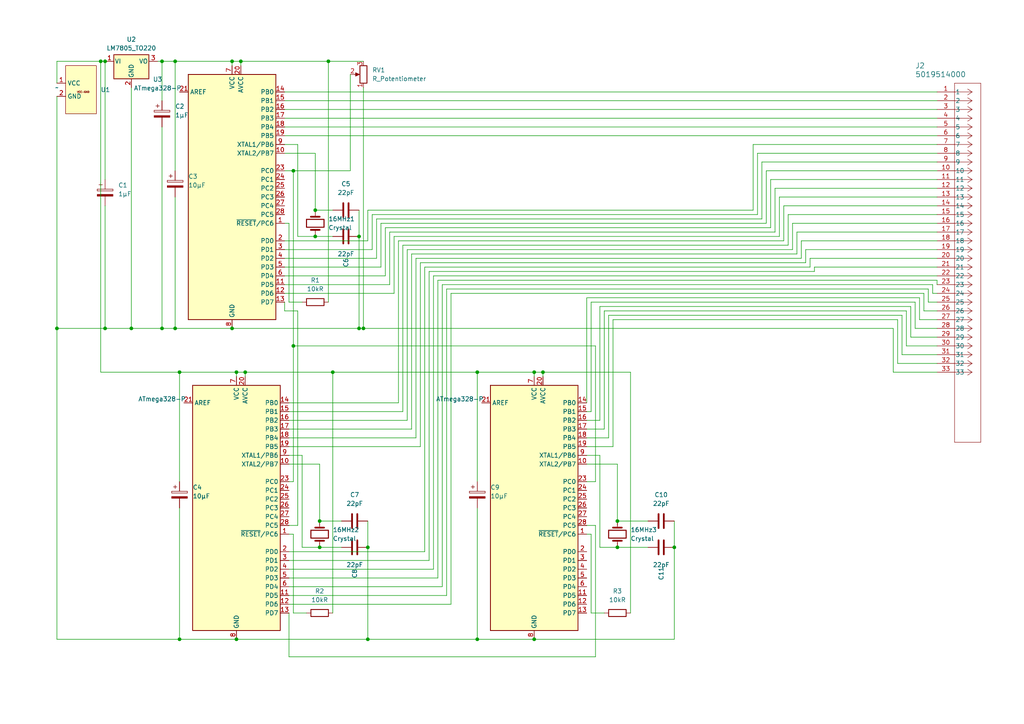
<source format=kicad_sch>
(kicad_sch (version 20230121) (generator eeschema)
  (paper "A4")
  (lib_symbols
    (symbol "5019514000_1" (pin_names (offset 0.254))
      (property "Reference" "J" (at 8.89 6.35 0))
      (property "Value" "5019514000" (at 20.32 -6.35 0))
      (symbol "5019514000_1_1_1"
        (polyline (pts (xy 5.08 -101.6) (xy 12.7 -101.6)) (stroke (width 0.127)))
        (polyline (pts (xy 5.08 2.54) (xy 5.08 -101.6)) (stroke (width 0.127)))
        (polyline (pts (xy 10.16 -81.28) (xy 5.08 -81.28)) (stroke (width 0.127)))
        (polyline (pts (xy 10.16 -81.28) (xy 8.89 -82.1267)) (stroke (width 0.127)))
        (polyline (pts (xy 10.16 -81.28) (xy 8.89 -80.4333)) (stroke (width 0.127)))
        (polyline (pts (xy 10.16 -78.74) (xy 5.08 -78.74)) (stroke (width 0.127)))
        (polyline (pts (xy 10.16 -78.74) (xy 8.89 -79.5867)) (stroke (width 0.127)))
        (polyline (pts (xy 10.16 -78.74) (xy 8.89 -77.8933)) (stroke (width 0.127)))
        (polyline (pts (xy 10.16 -76.2) (xy 5.08 -76.2)) (stroke (width 0.127)))
        (polyline (pts (xy 10.16 -76.2) (xy 8.89 -77.0467)) (stroke (width 0.127)))
        (polyline (pts (xy 10.16 -76.2) (xy 8.89 -75.3533)) (stroke (width 0.127)))
        (polyline (pts (xy 10.16 -73.66) (xy 5.08 -73.66)) (stroke (width 0.127)))
        (polyline (pts (xy 10.16 -73.66) (xy 8.89 -74.5067)) (stroke (width 0.127)))
        (polyline (pts (xy 10.16 -73.66) (xy 8.89 -72.8133)) (stroke (width 0.127)))
        (polyline (pts (xy 10.16 -71.12) (xy 5.08 -71.12)) (stroke (width 0.127)))
        (polyline (pts (xy 10.16 -71.12) (xy 8.89 -71.9667)) (stroke (width 0.127)))
        (polyline (pts (xy 10.16 -71.12) (xy 8.89 -70.2733)) (stroke (width 0.127)))
        (polyline (pts (xy 10.16 -68.58) (xy 5.08 -68.58)) (stroke (width 0.127)))
        (polyline (pts (xy 10.16 -68.58) (xy 8.89 -69.4267)) (stroke (width 0.127)))
        (polyline (pts (xy 10.16 -68.58) (xy 8.89 -67.7333)) (stroke (width 0.127)))
        (polyline (pts (xy 10.16 -66.04) (xy 5.08 -66.04)) (stroke (width 0.127)))
        (polyline (pts (xy 10.16 -66.04) (xy 8.89 -66.8867)) (stroke (width 0.127)))
        (polyline (pts (xy 10.16 -66.04) (xy 8.89 -65.1933)) (stroke (width 0.127)))
        (polyline (pts (xy 10.16 -63.5) (xy 5.08 -63.5)) (stroke (width 0.127)))
        (polyline (pts (xy 10.16 -63.5) (xy 8.89 -64.3467)) (stroke (width 0.127)))
        (polyline (pts (xy 10.16 -63.5) (xy 8.89 -62.6533)) (stroke (width 0.127)))
        (polyline (pts (xy 10.16 -60.96) (xy 5.08 -60.96)) (stroke (width 0.127)))
        (polyline (pts (xy 10.16 -60.96) (xy 8.89 -61.8067)) (stroke (width 0.127)))
        (polyline (pts (xy 10.16 -60.96) (xy 8.89 -60.1133)) (stroke (width 0.127)))
        (polyline (pts (xy 10.16 -58.42) (xy 5.08 -58.42)) (stroke (width 0.127)))
        (polyline (pts (xy 10.16 -58.42) (xy 8.89 -59.2667)) (stroke (width 0.127)))
        (polyline (pts (xy 10.16 -58.42) (xy 8.89 -57.5733)) (stroke (width 0.127)))
        (polyline (pts (xy 10.16 -55.88) (xy 5.08 -55.88)) (stroke (width 0.127)))
        (polyline (pts (xy 10.16 -55.88) (xy 8.89 -56.7267)) (stroke (width 0.127)))
        (polyline (pts (xy 10.16 -55.88) (xy 8.89 -55.0333)) (stroke (width 0.127)))
        (polyline (pts (xy 10.16 -53.34) (xy 5.08 -53.34)) (stroke (width 0.127)))
        (polyline (pts (xy 10.16 -53.34) (xy 8.89 -54.1867)) (stroke (width 0.127)))
        (polyline (pts (xy 10.16 -53.34) (xy 8.89 -52.4933)) (stroke (width 0.127)))
        (polyline (pts (xy 10.16 -50.8) (xy 5.08 -50.8)) (stroke (width 0.127)))
        (polyline (pts (xy 10.16 -50.8) (xy 8.89 -51.6467)) (stroke (width 0.127)))
        (polyline (pts (xy 10.16 -50.8) (xy 8.89 -49.9533)) (stroke (width 0.127)))
        (polyline (pts (xy 10.16 -48.26) (xy 5.08 -48.26)) (stroke (width 0.127)))
        (polyline (pts (xy 10.16 -48.26) (xy 8.89 -49.1067)) (stroke (width 0.127)))
        (polyline (pts (xy 10.16 -48.26) (xy 8.89 -47.4133)) (stroke (width 0.127)))
        (polyline (pts (xy 10.16 -45.72) (xy 5.08 -45.72)) (stroke (width 0.127)))
        (polyline (pts (xy 10.16 -45.72) (xy 8.89 -46.5667)) (stroke (width 0.127)))
        (polyline (pts (xy 10.16 -45.72) (xy 8.89 -44.8733)) (stroke (width 0.127)))
        (polyline (pts (xy 10.16 -43.18) (xy 5.08 -43.18)) (stroke (width 0.127)))
        (polyline (pts (xy 10.16 -43.18) (xy 8.89 -44.0267)) (stroke (width 0.127)))
        (polyline (pts (xy 10.16 -43.18) (xy 8.89 -42.3333)) (stroke (width 0.127)))
        (polyline (pts (xy 10.16 -40.64) (xy 5.08 -40.64)) (stroke (width 0.127)))
        (polyline (pts (xy 10.16 -40.64) (xy 8.89 -41.4867)) (stroke (width 0.127)))
        (polyline (pts (xy 10.16 -40.64) (xy 8.89 -39.7933)) (stroke (width 0.127)))
        (polyline (pts (xy 10.16 -38.1) (xy 5.08 -38.1)) (stroke (width 0.127)))
        (polyline (pts (xy 10.16 -38.1) (xy 8.89 -38.9467)) (stroke (width 0.127)))
        (polyline (pts (xy 10.16 -38.1) (xy 8.89 -37.2533)) (stroke (width 0.127)))
        (polyline (pts (xy 10.16 -35.56) (xy 5.08 -35.56)) (stroke (width 0.127)))
        (polyline (pts (xy 10.16 -35.56) (xy 8.89 -36.4067)) (stroke (width 0.127)))
        (polyline (pts (xy 10.16 -35.56) (xy 8.89 -34.7133)) (stroke (width 0.127)))
        (polyline (pts (xy 10.16 -33.02) (xy 5.08 -33.02)) (stroke (width 0.127)))
        (polyline (pts (xy 10.16 -33.02) (xy 8.89 -33.8667)) (stroke (width 0.127)))
        (polyline (pts (xy 10.16 -33.02) (xy 8.89 -32.1733)) (stroke (width 0.127)))
        (polyline (pts (xy 10.16 -30.48) (xy 5.08 -30.48)) (stroke (width 0.127)))
        (polyline (pts (xy 10.16 -30.48) (xy 8.89 -31.3267)) (stroke (width 0.127)))
        (polyline (pts (xy 10.16 -30.48) (xy 8.89 -29.6333)) (stroke (width 0.127)))
        (polyline (pts (xy 10.16 -27.94) (xy 5.08 -27.94)) (stroke (width 0.127)))
        (polyline (pts (xy 10.16 -27.94) (xy 8.89 -28.7867)) (stroke (width 0.127)))
        (polyline (pts (xy 10.16 -27.94) (xy 8.89 -27.0933)) (stroke (width 0.127)))
        (polyline (pts (xy 10.16 -25.4) (xy 5.08 -25.4)) (stroke (width 0.127)))
        (polyline (pts (xy 10.16 -25.4) (xy 8.89 -26.2467)) (stroke (width 0.127)))
        (polyline (pts (xy 10.16 -25.4) (xy 8.89 -24.5533)) (stroke (width 0.127)))
        (polyline (pts (xy 10.16 -22.86) (xy 5.08 -22.86)) (stroke (width 0.127)))
        (polyline (pts (xy 10.16 -22.86) (xy 8.89 -23.7067)) (stroke (width 0.127)))
        (polyline (pts (xy 10.16 -22.86) (xy 8.89 -22.0133)) (stroke (width 0.127)))
        (polyline (pts (xy 10.16 -20.32) (xy 5.08 -20.32)) (stroke (width 0.127)))
        (polyline (pts (xy 10.16 -20.32) (xy 8.89 -21.1667)) (stroke (width 0.127)))
        (polyline (pts (xy 10.16 -20.32) (xy 8.89 -19.4733)) (stroke (width 0.127)))
        (polyline (pts (xy 10.16 -17.78) (xy 5.08 -17.78)) (stroke (width 0.127)))
        (polyline (pts (xy 10.16 -17.78) (xy 8.89 -18.6267)) (stroke (width 0.127)))
        (polyline (pts (xy 10.16 -17.78) (xy 8.89 -16.9333)) (stroke (width 0.127)))
        (polyline (pts (xy 10.16 -15.24) (xy 5.08 -15.24)) (stroke (width 0.127)))
        (polyline (pts (xy 10.16 -15.24) (xy 8.89 -16.0867)) (stroke (width 0.127)))
        (polyline (pts (xy 10.16 -15.24) (xy 8.89 -14.3933)) (stroke (width 0.127)))
        (polyline (pts (xy 10.16 -12.7) (xy 5.08 -12.7)) (stroke (width 0.127)))
        (polyline (pts (xy 10.16 -12.7) (xy 8.89 -13.5467)) (stroke (width 0.127)))
        (polyline (pts (xy 10.16 -12.7) (xy 8.89 -11.8533)) (stroke (width 0.127)))
        (polyline (pts (xy 10.16 -10.16) (xy 5.08 -10.16)) (stroke (width 0.127)))
        (polyline (pts (xy 10.16 -10.16) (xy 8.89 -11.0067)) (stroke (width 0.127)))
        (polyline (pts (xy 10.16 -10.16) (xy 8.89 -9.3133)) (stroke (width 0.127)))
        (polyline (pts (xy 10.16 -7.62) (xy 5.08 -7.62)) (stroke (width 0.127)))
        (polyline (pts (xy 10.16 -7.62) (xy 8.89 -8.4667)) (stroke (width 0.127)))
        (polyline (pts (xy 10.16 -7.62) (xy 8.89 -6.7733)) (stroke (width 0.127)))
        (polyline (pts (xy 10.16 -5.08) (xy 5.08 -5.08)) (stroke (width 0.127)))
        (polyline (pts (xy 10.16 -5.08) (xy 8.89 -5.9267)) (stroke (width 0.127)))
        (polyline (pts (xy 10.16 -5.08) (xy 8.89 -4.2333)) (stroke (width 0.127)))
        (polyline (pts (xy 10.16 -2.54) (xy 5.08 -2.54)) (stroke (width 0.127)))
        (polyline (pts (xy 10.16 -2.54) (xy 8.89 -3.3867)) (stroke (width 0.127)))
        (polyline (pts (xy 10.16 -2.54) (xy 8.89 -1.6933)) (stroke (width 0.127)))
        (polyline (pts (xy 10.16 0) (xy 5.08 0)) (stroke (width 0.127)))
        (polyline (pts (xy 10.16 0) (xy 8.89 -0.8467)) (stroke (width 0.127)))
        (polyline (pts (xy 10.16 0) (xy 8.89 0.8467)) (stroke (width 0.127)))
        (polyline (pts (xy 12.7 -101.6) (xy 12.7 2.54)) (stroke (width 0.127)))
        (polyline (pts (xy 12.7 2.54) (xy 5.08 2.54)) (stroke (width 0.127)))
        (pin unspecified line (at 0 0 0) (length 5.08) (name "1") (number "1"))
        (pin unspecified line (at 0 -22.86 0) (length 5.08) (name "10") (number "10"))
        (pin unspecified line (at 0 -25.4 0) (length 5.08) (name "11") (number "11"))
        (pin unspecified line (at 0 -27.94 0) (length 5.08) (name "12") (number "12"))
        (pin unspecified line (at 0 -30.48 0) (length 5.08) (name "13") (number "13"))
        (pin unspecified line (at 0 -33.02 0) (length 5.08) (name "14") (number "14"))
        (pin unspecified line (at 0 -35.56 0) (length 5.08) (name "15") (number "15"))
        (pin unspecified line (at 0 -38.1 0) (length 5.08) (name "16") (number "16"))
        (pin unspecified line (at 0 -40.64 0) (length 5.08) (name "17") (number "17"))
        (pin unspecified line (at 0 -43.18 0) (length 5.08) (name "18") (number "18"))
        (pin unspecified line (at 0 -45.72 0) (length 5.08) (name "19") (number "19"))
        (pin unspecified line (at 0 -2.54 0) (length 5.08) (name "2") (number "2"))
        (pin unspecified line (at 0 -48.26 0) (length 5.08) (name "20") (number "20"))
        (pin unspecified line (at 0 -50.8 0) (length 5.08) (name "21") (number "21"))
        (pin unspecified line (at 0 -53.34 0) (length 5.08) (name "22") (number "22"))
        (pin unspecified line (at 0 -55.88 0) (length 5.08) (name "23") (number "23"))
        (pin unspecified line (at 0 -58.42 0) (length 5.08) (name "24") (number "24"))
        (pin unspecified line (at 0 -60.96 0) (length 5.08) (name "25") (number "25"))
        (pin unspecified line (at 0 -63.5 0) (length 5.08) (name "26") (number "26"))
        (pin unspecified line (at 0 -66.04 0) (length 5.08) (name "27") (number "27"))
        (pin unspecified line (at 0 -68.58 0) (length 5.08) (name "28") (number "28"))
        (pin unspecified line (at 0 -71.12 0) (length 5.08) (name "29") (number "29"))
        (pin unspecified line (at 0 -5.08 0) (length 5.08) (name "3") (number "3"))
        (pin unspecified line (at 0 -73.66 0) (length 5.08) (name "30") (number "30"))
        (pin unspecified line (at 0 -76.2 0) (length 5.08) (name "31") (number "31"))
        (pin unspecified line (at 0 -78.74 0) (length 5.08) (name "32") (number "32"))
        (pin unspecified line (at 0 -81.28 0) (length 5.08) (name "33") (number "33"))
        (pin unspecified line (at 0 -7.62 0) (length 5.08) (name "4") (number "4"))
        (pin unspecified line (at 0 -10.16 0) (length 5.08) (name "5") (number "5"))
        (pin unspecified line (at 0 -12.7 0) (length 5.08) (name "6") (number "6"))
        (pin unspecified line (at 0 -15.24 0) (length 5.08) (name "7") (number "7"))
        (pin unspecified line (at 0 -17.78 0) (length 5.08) (name "8") (number "8"))
        (pin unspecified line (at 0 -20.32 0) (length 5.08) (name "9") (number "9"))
      )
      (symbol "5019514000_1_1_2"
        (polyline (pts (xy 5.08 -101.6) (xy 12.7 -101.6)) (stroke (width 0.127)))
        (polyline (pts (xy 5.08 2.54) (xy 5.08 -101.6)) (stroke (width 0.127)))
        (polyline (pts (xy 7.62 -99.06) (xy 5.08 -99.06)) (stroke (width 0.127)))
        (polyline (pts (xy 7.62 -99.06) (xy 8.89 -99.9067)) (stroke (width 0.127)))
        (polyline (pts (xy 7.62 -99.06) (xy 8.89 -98.2133)) (stroke (width 0.127)))
        (polyline (pts (xy 7.62 -96.52) (xy 5.08 -96.52)) (stroke (width 0.127)))
        (polyline (pts (xy 7.62 -96.52) (xy 8.89 -97.3667)) (stroke (width 0.127)))
        (polyline (pts (xy 7.62 -96.52) (xy 8.89 -95.6733)) (stroke (width 0.127)))
        (polyline (pts (xy 7.62 -93.98) (xy 5.08 -93.98)) (stroke (width 0.127)))
        (polyline (pts (xy 7.62 -93.98) (xy 8.89 -94.8267)) (stroke (width 0.127)))
        (polyline (pts (xy 7.62 -93.98) (xy 8.89 -93.1333)) (stroke (width 0.127)))
        (polyline (pts (xy 7.62 -91.44) (xy 5.08 -91.44)) (stroke (width 0.127)))
        (polyline (pts (xy 7.62 -91.44) (xy 8.89 -92.2867)) (stroke (width 0.127)))
        (polyline (pts (xy 7.62 -91.44) (xy 8.89 -90.5933)) (stroke (width 0.127)))
        (polyline (pts (xy 7.62 -88.9) (xy 5.08 -88.9)) (stroke (width 0.127)))
        (polyline (pts (xy 7.62 -88.9) (xy 8.89 -89.7467)) (stroke (width 0.127)))
        (polyline (pts (xy 7.62 -88.9) (xy 8.89 -88.0533)) (stroke (width 0.127)))
        (polyline (pts (xy 7.62 -86.36) (xy 5.08 -86.36)) (stroke (width 0.127)))
        (polyline (pts (xy 7.62 -86.36) (xy 8.89 -87.2067)) (stroke (width 0.127)))
        (polyline (pts (xy 7.62 -86.36) (xy 8.89 -85.5133)) (stroke (width 0.127)))
        (polyline (pts (xy 7.62 -83.82) (xy 5.08 -83.82)) (stroke (width 0.127)))
        (polyline (pts (xy 7.62 -83.82) (xy 8.89 -84.6667)) (stroke (width 0.127)))
        (polyline (pts (xy 7.62 -83.82) (xy 8.89 -82.9733)) (stroke (width 0.127)))
        (polyline (pts (xy 7.62 -81.28) (xy 5.08 -81.28)) (stroke (width 0.127)))
        (polyline (pts (xy 7.62 -81.28) (xy 8.89 -82.1267)) (stroke (width 0.127)))
        (polyline (pts (xy 7.62 -81.28) (xy 8.89 -80.4333)) (stroke (width 0.127)))
        (polyline (pts (xy 7.62 -78.74) (xy 5.08 -78.74)) (stroke (width 0.127)))
        (polyline (pts (xy 7.62 -78.74) (xy 8.89 -79.5867)) (stroke (width 0.127)))
        (polyline (pts (xy 7.62 -78.74) (xy 8.89 -77.8933)) (stroke (width 0.127)))
        (polyline (pts (xy 7.62 -76.2) (xy 5.08 -76.2)) (stroke (width 0.127)))
        (polyline (pts (xy 7.62 -76.2) (xy 8.89 -77.0467)) (stroke (width 0.127)))
        (polyline (pts (xy 7.62 -76.2) (xy 8.89 -75.3533)) (stroke (width 0.127)))
        (polyline (pts (xy 7.62 -73.66) (xy 5.08 -73.66)) (stroke (width 0.127)))
        (polyline (pts (xy 7.62 -73.66) (xy 8.89 -74.5067)) (stroke (width 0.127)))
        (polyline (pts (xy 7.62 -73.66) (xy 8.89 -72.8133)) (stroke (width 0.127)))
        (polyline (pts (xy 7.62 -71.12) (xy 5.08 -71.12)) (stroke (width 0.127)))
        (polyline (pts (xy 7.62 -71.12) (xy 8.89 -71.9667)) (stroke (width 0.127)))
        (polyline (pts (xy 7.62 -71.12) (xy 8.89 -70.2733)) (stroke (width 0.127)))
        (polyline (pts (xy 7.62 -68.58) (xy 5.08 -68.58)) (stroke (width 0.127)))
        (polyline (pts (xy 7.62 -68.58) (xy 8.89 -69.4267)) (stroke (width 0.127)))
        (polyline (pts (xy 7.62 -68.58) (xy 8.89 -67.7333)) (stroke (width 0.127)))
        (polyline (pts (xy 7.62 -66.04) (xy 5.08 -66.04)) (stroke (width 0.127)))
        (polyline (pts (xy 7.62 -66.04) (xy 8.89 -66.8867)) (stroke (width 0.127)))
        (polyline (pts (xy 7.62 -66.04) (xy 8.89 -65.1933)) (stroke (width 0.127)))
        (polyline (pts (xy 7.62 -63.5) (xy 5.08 -63.5)) (stroke (width 0.127)))
        (polyline (pts (xy 7.62 -63.5) (xy 8.89 -64.3467)) (stroke (width 0.127)))
        (polyline (pts (xy 7.62 -63.5) (xy 8.89 -62.6533)) (stroke (width 0.127)))
        (polyline (pts (xy 7.62 -60.96) (xy 5.08 -60.96)) (stroke (width 0.127)))
        (polyline (pts (xy 7.62 -60.96) (xy 8.89 -61.8067)) (stroke (width 0.127)))
        (polyline (pts (xy 7.62 -60.96) (xy 8.89 -60.1133)) (stroke (width 0.127)))
        (polyline (pts (xy 7.62 -58.42) (xy 5.08 -58.42)) (stroke (width 0.127)))
        (polyline (pts (xy 7.62 -58.42) (xy 8.89 -59.2667)) (stroke (width 0.127)))
        (polyline (pts (xy 7.62 -58.42) (xy 8.89 -57.5733)) (stroke (width 0.127)))
        (polyline (pts (xy 7.62 -55.88) (xy 5.08 -55.88)) (stroke (width 0.127)))
        (polyline (pts (xy 7.62 -55.88) (xy 8.89 -56.7267)) (stroke (width 0.127)))
        (polyline (pts (xy 7.62 -55.88) (xy 8.89 -55.0333)) (stroke (width 0.127)))
        (polyline (pts (xy 7.62 -53.34) (xy 5.08 -53.34)) (stroke (width 0.127)))
        (polyline (pts (xy 7.62 -53.34) (xy 8.89 -54.1867)) (stroke (width 0.127)))
        (polyline (pts (xy 7.62 -53.34) (xy 8.89 -52.4933)) (stroke (width 0.127)))
        (polyline (pts (xy 7.62 -50.8) (xy 5.08 -50.8)) (stroke (width 0.127)))
        (polyline (pts (xy 7.62 -50.8) (xy 8.89 -51.6467)) (stroke (width 0.127)))
        (polyline (pts (xy 7.62 -50.8) (xy 8.89 -49.9533)) (stroke (width 0.127)))
        (polyline (pts (xy 7.62 -48.26) (xy 5.08 -48.26)) (stroke (width 0.127)))
        (polyline (pts (xy 7.62 -48.26) (xy 8.89 -49.1067)) (stroke (width 0.127)))
        (polyline (pts (xy 7.62 -48.26) (xy 8.89 -47.4133)) (stroke (width 0.127)))
        (polyline (pts (xy 7.62 -45.72) (xy 5.08 -45.72)) (stroke (width 0.127)))
        (polyline (pts (xy 7.62 -45.72) (xy 8.89 -46.5667)) (stroke (width 0.127)))
        (polyline (pts (xy 7.62 -45.72) (xy 8.89 -44.8733)) (stroke (width 0.127)))
        (polyline (pts (xy 7.62 -43.18) (xy 5.08 -43.18)) (stroke (width 0.127)))
        (polyline (pts (xy 7.62 -43.18) (xy 8.89 -44.0267)) (stroke (width 0.127)))
        (polyline (pts (xy 7.62 -43.18) (xy 8.89 -42.3333)) (stroke (width 0.127)))
        (polyline (pts (xy 7.62 -40.64) (xy 5.08 -40.64)) (stroke (width 0.127)))
        (polyline (pts (xy 7.62 -40.64) (xy 8.89 -41.4867)) (stroke (width 0.127)))
        (polyline (pts (xy 7.62 -40.64) (xy 8.89 -39.7933)) (stroke (width 0.127)))
        (polyline (pts (xy 7.62 -38.1) (xy 5.08 -38.1)) (stroke (width 0.127)))
        (polyline (pts (xy 7.62 -38.1) (xy 8.89 -38.9467)) (stroke (width 0.127)))
        (polyline (pts (xy 7.62 -38.1) (xy 8.89 -37.2533)) (stroke (width 0.127)))
        (polyline (pts (xy 7.62 -35.56) (xy 5.08 -35.56)) (stroke (width 0.127)))
        (polyline (pts (xy 7.62 -35.56) (xy 8.89 -36.4067)) (stroke (width 0.127)))
        (polyline (pts (xy 7.62 -35.56) (xy 8.89 -34.7133)) (stroke (width 0.127)))
        (polyline (pts (xy 7.62 -33.02) (xy 5.08 -33.02)) (stroke (width 0.127)))
        (polyline (pts (xy 7.62 -33.02) (xy 8.89 -33.8667)) (stroke (width 0.127)))
        (polyline (pts (xy 7.62 -33.02) (xy 8.89 -32.1733)) (stroke (width 0.127)))
        (polyline (pts (xy 7.62 -30.48) (xy 5.08 -30.48)) (stroke (width 0.127)))
        (polyline (pts (xy 7.62 -30.48) (xy 8.89 -31.3267)) (stroke (width 0.127)))
        (polyline (pts (xy 7.62 -30.48) (xy 8.89 -29.6333)) (stroke (width 0.127)))
        (polyline (pts (xy 7.62 -27.94) (xy 5.08 -27.94)) (stroke (width 0.127)))
        (polyline (pts (xy 7.62 -27.94) (xy 8.89 -28.7867)) (stroke (width 0.127)))
        (polyline (pts (xy 7.62 -27.94) (xy 8.89 -27.0933)) (stroke (width 0.127)))
        (polyline (pts (xy 7.62 -25.4) (xy 5.08 -25.4)) (stroke (width 0.127)))
        (polyline (pts (xy 7.62 -25.4) (xy 8.89 -26.2467)) (stroke (width 0.127)))
        (polyline (pts (xy 7.62 -25.4) (xy 8.89 -24.5533)) (stroke (width 0.127)))
        (polyline (pts (xy 7.62 -22.86) (xy 5.08 -22.86)) (stroke (width 0.127)))
        (polyline (pts (xy 7.62 -22.86) (xy 8.89 -23.7067)) (stroke (width 0.127)))
        (polyline (pts (xy 7.62 -22.86) (xy 8.89 -22.0133)) (stroke (width 0.127)))
        (polyline (pts (xy 7.62 -20.32) (xy 5.08 -20.32)) (stroke (width 0.127)))
        (polyline (pts (xy 7.62 -20.32) (xy 8.89 -21.1667)) (stroke (width 0.127)))
        (polyline (pts (xy 7.62 -20.32) (xy 8.89 -19.4733)) (stroke (width 0.127)))
        (polyline (pts (xy 7.62 -17.78) (xy 5.08 -17.78)) (stroke (width 0.127)))
        (polyline (pts (xy 7.62 -17.78) (xy 8.89 -18.6267)) (stroke (width 0.127)))
        (polyline (pts (xy 7.62 -17.78) (xy 8.89 -16.9333)) (stroke (width 0.127)))
        (polyline (pts (xy 7.62 -15.24) (xy 5.08 -15.24)) (stroke (width 0.127)))
        (polyline (pts (xy 7.62 -15.24) (xy 8.89 -16.0867)) (stroke (width 0.127)))
        (polyline (pts (xy 7.62 -15.24) (xy 8.89 -14.3933)) (stroke (width 0.127)))
        (polyline (pts (xy 7.62 -12.7) (xy 5.08 -12.7)) (stroke (width 0.127)))
        (polyline (pts (xy 7.62 -12.7) (xy 8.89 -13.5467)) (stroke (width 0.127)))
        (polyline (pts (xy 7.62 -12.7) (xy 8.89 -11.8533)) (stroke (width 0.127)))
        (polyline (pts (xy 7.62 -10.16) (xy 5.08 -10.16)) (stroke (width 0.127)))
        (polyline (pts (xy 7.62 -10.16) (xy 8.89 -11.0067)) (stroke (width 0.127)))
        (polyline (pts (xy 7.62 -10.16) (xy 8.89 -9.3133)) (stroke (width 0.127)))
        (polyline (pts (xy 7.62 -7.62) (xy 5.08 -7.62)) (stroke (width 0.127)))
        (polyline (pts (xy 7.62 -7.62) (xy 8.89 -8.4667)) (stroke (width 0.127)))
        (polyline (pts (xy 7.62 -7.62) (xy 8.89 -6.7733)) (stroke (width 0.127)))
        (polyline (pts (xy 7.62 -5.08) (xy 5.08 -5.08)) (stroke (width 0.127)))
        (polyline (pts (xy 7.62 -5.08) (xy 8.89 -5.9267)) (stroke (width 0.127)))
        (polyline (pts (xy 7.62 -5.08) (xy 8.89 -4.2333)) (stroke (width 0.127)))
        (polyline (pts (xy 7.62 -2.54) (xy 5.08 -2.54)) (stroke (width 0.127)))
        (polyline (pts (xy 7.62 -2.54) (xy 8.89 -3.3867)) (stroke (width 0.127)))
        (polyline (pts (xy 7.62 -2.54) (xy 8.89 -1.6933)) (stroke (width 0.127)))
        (polyline (pts (xy 7.62 0) (xy 5.08 0)) (stroke (width 0.127)))
        (polyline (pts (xy 7.62 0) (xy 8.89 -0.8467)) (stroke (width 0.127)))
        (polyline (pts (xy 7.62 0) (xy 8.89 0.8467)) (stroke (width 0.127)))
        (polyline (pts (xy 12.7 -101.6) (xy 12.7 2.54)) (stroke (width 0.127)))
        (polyline (pts (xy 12.7 2.54) (xy 5.08 2.54)) (stroke (width 0.127)))
        (pin unspecified line (at 0 0 0) (length 5.08) (name "1") (number "1"))
        (pin unspecified line (at 0 -22.86 0) (length 5.08) (name "10") (number "10"))
        (pin unspecified line (at 0 -25.4 0) (length 5.08) (name "11") (number "11"))
        (pin unspecified line (at 0 -27.94 0) (length 5.08) (name "12") (number "12"))
        (pin unspecified line (at 0 -30.48 0) (length 5.08) (name "13") (number "13"))
        (pin unspecified line (at 0 -33.02 0) (length 5.08) (name "14") (number "14"))
        (pin unspecified line (at 0 -35.56 0) (length 5.08) (name "15") (number "15"))
        (pin unspecified line (at 0 -38.1 0) (length 5.08) (name "16") (number "16"))
        (pin unspecified line (at 0 -40.64 0) (length 5.08) (name "17") (number "17"))
        (pin unspecified line (at 0 -43.18 0) (length 5.08) (name "18") (number "18"))
        (pin unspecified line (at 0 -45.72 0) (length 5.08) (name "19") (number "19"))
        (pin unspecified line (at 0 -2.54 0) (length 5.08) (name "2") (number "2"))
        (pin unspecified line (at 0 -48.26 0) (length 5.08) (name "20") (number "20"))
        (pin unspecified line (at 0 -50.8 0) (length 5.08) (name "21") (number "21"))
        (pin unspecified line (at 0 -53.34 0) (length 5.08) (name "22") (number "22"))
        (pin unspecified line (at 0 -55.88 0) (length 5.08) (name "23") (number "23"))
        (pin unspecified line (at 0 -58.42 0) (length 5.08) (name "24") (number "24"))
        (pin unspecified line (at 0 -60.96 0) (length 5.08) (name "25") (number "25"))
        (pin unspecified line (at 0 -63.5 0) (length 5.08) (name "26") (number "26"))
        (pin unspecified line (at 0 -66.04 0) (length 5.08) (name "27") (number "27"))
        (pin unspecified line (at 0 -68.58 0) (length 5.08) (name "28") (number "28"))
        (pin unspecified line (at 0 -71.12 0) (length 5.08) (name "29") (number "29"))
        (pin unspecified line (at 0 -5.08 0) (length 5.08) (name "3") (number "3"))
        (pin unspecified line (at 0 -73.66 0) (length 5.08) (name "30") (number "30"))
        (pin unspecified line (at 0 -76.2 0) (length 5.08) (name "31") (number "31"))
        (pin unspecified line (at 0 -78.74 0) (length 5.08) (name "32") (number "32"))
        (pin unspecified line (at 0 -81.28 0) (length 5.08) (name "33") (number "33"))
        (pin unspecified line (at 0 -83.82 0) (length 5.08) (name "34") (number "34"))
        (pin unspecified line (at 0 -86.36 0) (length 5.08) (name "35") (number "35"))
        (pin unspecified line (at 0 -88.9 0) (length 5.08) (name "36") (number "36"))
        (pin unspecified line (at 0 -91.44 0) (length 5.08) (name "37") (number "37"))
        (pin unspecified line (at 0 -93.98 0) (length 5.08) (name "38") (number "38"))
        (pin unspecified line (at 0 -96.52 0) (length 5.08) (name "39") (number "39"))
        (pin unspecified line (at 0 -7.62 0) (length 5.08) (name "4") (number "4"))
        (pin unspecified line (at 0 -99.06 0) (length 5.08) (name "40") (number "40"))
        (pin unspecified line (at 0 -10.16 0) (length 5.08) (name "5") (number "5"))
        (pin unspecified line (at 0 -12.7 0) (length 5.08) (name "6") (number "6"))
        (pin unspecified line (at 0 -15.24 0) (length 5.08) (name "7") (number "7"))
        (pin unspecified line (at 0 -17.78 0) (length 5.08) (name "8") (number "8"))
        (pin unspecified line (at 0 -20.32 0) (length 5.08) (name "9") (number "9"))
      )
    )
    (symbol "Custom_Symbol_Lib:Power-Source"
      (property "Reference" "U" (at 0 0 0))
      (symbol "Power-Source_1_1"
        (rectangle (start 2.54 6.35) (end 11.43 -7.62) (fill (type background)))
        (text "VCC-GND" (at 7.62 -1.27 0) (effects (font (size 0.5 0.5))))
        (pin power_in line (at 0 1.27 0) (length 2.54) (name "VCC") (number "1"))
        (pin power_out line (at 0 -2.54 0) (length 2.54) (name "GND") (number "2"))
      )
    )
    (symbol "Device:C" (pin_numbers hide) (pin_names (offset 0.254))
      (property "Reference" "C" (at 0.635 2.54 0))
      (property "Value" "C" (at 0.635 -2.54 0))
      (symbol "C_0_1"
        (polyline (pts (xy -2.032 -0.762) (xy 2.032 -0.762)) (stroke (width 0.508)))
        (polyline (pts (xy -2.032 0.762) (xy 2.032 0.762)) (stroke (width 0.508)))
      )
      (symbol "C_1_1"
        (pin passive line (at 0 3.81 270) (length 2.794) (name "~") (number "1"))
        (pin passive line (at 0 -3.81 90) (length 2.794) (name "~") (number "2"))
      )
    )
    (symbol "Device:C_Polarized" (pin_numbers hide) (pin_names (offset 0.254))
      (property "Reference" "C" (at 0.635 2.54 0))
      (property "Value" "C_Polarized" (at 0.635 -2.54 0))
      (symbol "C_Polarized_0_1"
        (rectangle (start -2.286 0.508) (end 2.286 1.016))
        (polyline (pts (xy -1.778 2.286) (xy -0.762 2.286)))
        (polyline (pts (xy -1.27 2.794) (xy -1.27 1.778)))
        (rectangle (start 2.286 -0.508) (end -2.286 -1.016) (fill (type outline)))
      )
      (symbol "C_Polarized_1_1"
        (pin passive line (at 0 3.81 270) (length 2.794) (name "~") (number "1"))
        (pin passive line (at 0 -3.81 90) (length 2.794) (name "~") (number "2"))
      )
    )
    (symbol "Device:Crystal" (pin_numbers hide) (pin_names (offset 1.016) hide)
      (property "Reference" "Y" (at 0 3.81 0))
      (property "Value" "Crystal" (at 0 -3.81 0))
      (symbol "Crystal_0_1"
        (rectangle (start -1.143 2.54) (end 1.143 -2.54) (stroke (width 0.3048)))
        (polyline (pts (xy -2.54 0) (xy -1.905 0)))
        (polyline (pts (xy -1.905 -1.27) (xy -1.905 1.27)) (stroke (width 0.508)))
        (polyline (pts (xy 1.905 -1.27) (xy 1.905 1.27)) (stroke (width 0.508)))
        (polyline (pts (xy 2.54 0) (xy 1.905 0)))
      )
      (symbol "Crystal_1_1"
        (pin passive line (at -3.81 0 0) (length 1.27) (name "1") (number "1"))
        (pin passive line (at 3.81 0 180) (length 1.27) (name "2") (number "2"))
      )
    )
    (symbol "Device:R" (pin_numbers hide) (pin_names (offset 0))
      (property "Reference" "R" (at 2.032 0 90))
      (property "Value" "R" (at 0 0 90))
      (symbol "R_0_1"
        (rectangle (start -1.016 -2.54) (end 1.016 2.54) (stroke (width 0.254)))
      )
      (symbol "R_1_1"
        (pin passive line (at 0 3.81 270) (length 1.27) (name "~") (number "1"))
        (pin passive line (at 0 -3.81 90) (length 1.27) (name "~") (number "2"))
      )
    )
    (symbol "Device:R_Potentiometer" (pin_names (offset 1.016) hide)
      (property "Reference" "RV" (at -4.445 0 90))
      (property "Value" "R_Potentiometer" (at -2.54 0 90))
      (symbol "R_Potentiometer_0_1"
        (polyline (pts (xy 2.54 0) (xy 1.524 0)))
        (polyline (pts (xy 1.143 0) (xy 2.286 0.508) (xy 2.286 -0.508) (xy 1.143 0)) (fill (type outline)))
        (rectangle (start 1.016 2.54) (end -1.016 -2.54) (stroke (width 0.254)))
      )
      (symbol "R_Potentiometer_1_1"
        (pin passive line (at 0 3.81 270) (length 1.27) (name "1") (number "1"))
        (pin passive line (at 3.81 0 180) (length 1.27) (name "2") (number "2"))
        (pin passive line (at 0 -3.81 90) (length 1.27) (name "3") (number "3"))
      )
    )
    (symbol "MCU_Microchip_ATmega:ATmega328-P"
      (property "Reference" "U" (at -12.7 36.83 0))
      (property "Value" "ATmega328-P" (at 2.54 -36.83 0))
      (symbol "ATmega328-P_0_1"
        (rectangle (start -12.7 -35.56) (end 12.7 35.56) (stroke (width 0.254)) (fill (type background)))
      )
      (symbol "ATmega328-P_1_1"
        (pin bidirectional line (at 15.24 -7.62 180) (length 2.54) (name "~{RESET}/PC6") (number "1"))
        (pin bidirectional line (at 15.24 12.7 180) (length 2.54) (name "XTAL2/PB7") (number "10"))
        (pin bidirectional line (at 15.24 -25.4 180) (length 2.54) (name "PD5") (number "11"))
        (pin bidirectional line (at 15.24 -27.94 180) (length 2.54) (name "PD6") (number "12"))
        (pin bidirectional line (at 15.24 -30.48 180) (length 2.54) (name "PD7") (number "13"))
        (pin bidirectional line (at 15.24 30.48 180) (length 2.54) (name "PB0") (number "14"))
        (pin bidirectional line (at 15.24 27.94 180) (length 2.54) (name "PB1") (number "15"))
        (pin bidirectional line (at 15.24 25.4 180) (length 2.54) (name "PB2") (number "16"))
        (pin bidirectional line (at 15.24 22.86 180) (length 2.54) (name "PB3") (number "17"))
        (pin bidirectional line (at 15.24 20.32 180) (length 2.54) (name "PB4") (number "18"))
        (pin bidirectional line (at 15.24 17.78 180) (length 2.54) (name "PB5") (number "19"))
        (pin bidirectional line (at 15.24 -12.7 180) (length 2.54) (name "PD0") (number "2"))
        (pin power_in line (at 2.54 38.1 270) (length 2.54) (name "AVCC") (number "20"))
        (pin passive line (at -15.24 30.48 0) (length 2.54) (name "AREF") (number "21"))
        (pin passive line (at 0 -38.1 90) (length 2.54) hide (name "GND") (number "22"))
        (pin bidirectional line (at 15.24 7.62 180) (length 2.54) (name "PC0") (number "23"))
        (pin bidirectional line (at 15.24 5.08 180) (length 2.54) (name "PC1") (number "24"))
        (pin bidirectional line (at 15.24 2.54 180) (length 2.54) (name "PC2") (number "25"))
        (pin bidirectional line (at 15.24 0 180) (length 2.54) (name "PC3") (number "26"))
        (pin bidirectional line (at 15.24 -2.54 180) (length 2.54) (name "PC4") (number "27"))
        (pin bidirectional line (at 15.24 -5.08 180) (length 2.54) (name "PC5") (number "28"))
        (pin bidirectional line (at 15.24 -15.24 180) (length 2.54) (name "PD1") (number "3"))
        (pin bidirectional line (at 15.24 -17.78 180) (length 2.54) (name "PD2") (number "4"))
        (pin bidirectional line (at 15.24 -20.32 180) (length 2.54) (name "PD3") (number "5"))
        (pin bidirectional line (at 15.24 -22.86 180) (length 2.54) (name "PD4") (number "6"))
        (pin power_in line (at 0 38.1 270) (length 2.54) (name "VCC") (number "7"))
        (pin power_in line (at 0 -38.1 90) (length 2.54) (name "GND") (number "8"))
        (pin bidirectional line (at 15.24 15.24 180) (length 2.54) (name "XTAL1/PB6") (number "9"))
      )
    )
    (symbol "Regulator_Linear:LM7805_TO220" (pin_names (offset 0.254))
      (property "Reference" "U" (at -3.81 3.175 0))
      (property "Value" "LM7805_TO220" (at 0 3.175 0))
      (symbol "LM7805_TO220_0_1"
        (rectangle (start -5.08 1.905) (end 5.08 -5.08) (stroke (width 0.254)) (fill (type background)))
      )
      (symbol "LM7805_TO220_1_1"
        (pin power_in line (at -7.62 0 0) (length 2.54) (name "VI") (number "1"))
        (pin power_in line (at 0 -7.62 90) (length 2.54) (name "GND") (number "2"))
        (pin power_out line (at 7.62 0 180) (length 2.54) (name "VO") (number "3"))
      )
    )
  )
  (junction (at 138.43 185.42))
  (junction (at 38.1 95.25))
  (junction (at 85.09 100.33))
  (junction (at 91.44 60.96))
  (junction (at 92.71 151.13))
  (junction (at 179.07 158.75))
  (junction (at 67.31 95.25))
  (junction (at 96.52 107.95))
  (junction (at 67.31 17.78))
  (junction (at 138.43 107.95))
  (junction (at 85.09 49.53))
  (junction (at 106.68 185.42))
  (junction (at 91.44 68.58))
  (junction (at 46.99 95.25))
  (junction (at 52.07 185.42))
  (junction (at 50.8 17.78))
  (junction (at 71.12 107.95))
  (junction (at 195.58 158.75))
  (junction (at 154.94 107.95))
  (junction (at 157.48 107.95))
  (junction (at 105.41 95.25))
  (junction (at 68.58 107.95))
  (junction (at 16.51 95.25))
  (junction (at 68.58 185.42))
  (junction (at 29.21 17.78))
  (junction (at 106.68 158.75))
  (junction (at 92.71 158.75))
  (junction (at 30.48 17.78))
  (junction (at 46.99 17.78))
  (junction (at 104.14 68.58))
  (junction (at 50.8 95.25))
  (junction (at 104.14 95.25))
  (junction (at 69.85 17.78))
  (junction (at 30.48 95.25))
  (junction (at 52.07 107.95))
  (junction (at 154.94 185.42))
  (junction (at 179.07 151.13))
  (junction (at 95.25 17.78))
  (wire (pts (xy 259.08 95.25) (xy 259.08 107.95)))
  (wire (pts (xy 30.48 17.78) (xy 30.48 52.07)))
  (wire (pts (xy 154.94 107.95) (xy 157.48 107.95)))
  (wire (pts (xy 121.92 129.54) (xy 121.92 76.2)))
  (wire (pts (xy 138.43 107.95) (xy 138.43 139.7)))
  (wire (pts (xy 67.31 17.78) (xy 67.31 19.05)))
  (wire (pts (xy 157.48 107.95) (xy 157.48 109.22)))
  (wire (pts (xy 85.09 177.8) (xy 88.9 177.8)))
  (wire (pts (xy 224.79 67.31) (xy 224.79 54.61)))
  (wire (pts (xy 170.18 119.38) (xy 171.45 119.38)))
  (wire (pts (xy 195.58 151.13) (xy 195.58 158.75)))
  (wire (pts (xy 91.44 60.96) (xy 91.44 44.45)))
  (wire (pts (xy 69.85 17.78) (xy 95.25 17.78)))
  (wire (pts (xy 218.44 41.91) (xy 271.78 41.91)))
  (wire (pts (xy 116.84 119.38) (xy 116.84 71.12)))
  (wire (pts (xy 138.43 185.42) (xy 154.94 185.42)))
  (wire (pts (xy 218.44 60.96) (xy 218.44 41.91)))
  (wire (pts (xy 105.41 25.4) (xy 105.41 95.25)))
  (wire (pts (xy 269.24 87.63) (xy 271.78 87.63)))
  (wire (pts (xy 86.36 90.17) (xy 82.55 90.17)))
  (wire (pts (xy 234.95 77.47) (xy 234.95 74.93)))
  (wire (pts (xy 50.8 17.78) (xy 67.31 17.78)))
  (wire (pts (xy 106.68 151.13) (xy 106.68 158.75)))
  (wire (pts (xy 262.89 90.17) (xy 262.89 100.33)))
  (wire (pts (xy 113.03 82.55) (xy 113.03 67.31)))
  (wire (pts (xy 266.7 86.36) (xy 266.7 92.71)))
  (wire (pts (xy 82.55 31.75) (xy 271.78 31.75)))
  (wire (pts (xy 236.22 78.74) (xy 236.22 77.47)))
  (wire (pts (xy 83.82 119.38) (xy 116.84 119.38)))
  (wire (pts (xy 38.1 95.25) (xy 46.99 95.25)))
  (wire (pts (xy 86.36 41.91) (xy 86.36 68.58)))
  (wire (pts (xy 226.06 68.58) (xy 226.06 57.15)))
  (wire (pts (xy 123.19 160.02) (xy 123.19 77.47)))
  (wire (pts (xy 92.71 158.75) (xy 99.06 158.75)))
  (wire (pts (xy 172.72 152.4) (xy 172.72 190.5)))
  (wire (pts (xy 219.71 44.45) (xy 271.78 44.45)))
  (wire (pts (xy 220.98 63.5) (xy 220.98 46.99)))
  (wire (pts (xy 68.58 185.42) (xy 106.68 185.42)))
  (wire (pts (xy 266.7 92.71) (xy 271.78 92.71)))
  (wire (pts (xy 119.38 73.66) (xy 231.14 73.66)))
  (wire (pts (xy 91.44 68.58) (xy 96.52 68.58)))
  (wire (pts (xy 83.82 162.56) (xy 124.46 162.56)))
  (wire (pts (xy 138.43 147.32) (xy 138.43 185.42)))
  (wire (pts (xy 170.18 124.46) (xy 175.26 124.46)))
  (wire (pts (xy 82.55 72.39) (xy 107.95 72.39)))
  (wire (pts (xy 83.82 190.5) (xy 83.82 177.8)))
  (wire (pts (xy 220.98 46.99) (xy 271.78 46.99)))
  (wire (pts (xy 175.26 124.46) (xy 175.26 90.17)))
  (wire (pts (xy 110.49 64.77) (xy 222.25 64.77)))
  (wire (pts (xy 95.25 17.78) (xy 105.41 17.78)))
  (wire (pts (xy 170.18 139.7) (xy 172.72 139.7)))
  (wire (pts (xy 231.14 73.66) (xy 231.14 67.31)))
  (wire (pts (xy 176.53 127) (xy 176.53 91.44)))
  (wire (pts (xy 87.63 132.08) (xy 87.63 158.75)))
  (wire (pts (xy 82.55 49.53) (xy 85.09 49.53)))
  (wire (pts (xy 82.55 39.37) (xy 271.78 39.37)))
  (wire (pts (xy 29.21 17.78) (xy 29.21 107.95)))
  (wire (pts (xy 106.68 60.96) (xy 218.44 60.96)))
  (wire (pts (xy 229.87 72.39) (xy 229.87 64.77)))
  (wire (pts (xy 262.89 100.33) (xy 271.78 100.33)))
  (wire (pts (xy 82.55 82.55) (xy 113.03 82.55)))
  (wire (pts (xy 91.44 60.96) (xy 96.52 60.96)))
  (wire (pts (xy 82.55 74.93) (xy 109.22 74.93)))
  (wire (pts (xy 83.82 139.7) (xy 85.09 139.7)))
  (wire (pts (xy 171.45 177.8) (xy 175.26 177.8)))
  (wire (pts (xy 173.99 121.92) (xy 173.99 88.9)))
  (wire (pts (xy 52.07 185.42) (xy 68.58 185.42)))
  (wire (pts (xy 52.07 147.32) (xy 52.07 185.42)))
  (wire (pts (xy 82.55 69.85) (xy 106.68 69.85)))
  (wire (pts (xy 118.11 121.92) (xy 118.11 72.39)))
  (wire (pts (xy 222.25 64.77) (xy 222.25 49.53)))
  (wire (pts (xy 45.72 17.78) (xy 46.99 17.78)))
  (wire (pts (xy 179.07 151.13) (xy 187.96 151.13)))
  (wire (pts (xy 232.41 74.93) (xy 232.41 69.85)))
  (wire (pts (xy 106.68 69.85) (xy 106.68 60.96)))
  (wire (pts (xy 154.94 107.95) (xy 154.94 109.22)))
  (wire (pts (xy 171.45 87.63) (xy 265.43 87.63)))
  (wire (pts (xy 86.36 152.4) (xy 86.36 90.17)))
  (wire (pts (xy 109.22 74.93) (xy 109.22 63.5)))
  (wire (pts (xy 270.51 85.09) (xy 271.78 85.09)))
  (wire (pts (xy 222.25 49.53) (xy 271.78 49.53)))
  (wire (pts (xy 130.81 175.26) (xy 130.81 85.09)))
  (wire (pts (xy 82.55 26.67) (xy 271.78 26.67)))
  (wire (pts (xy 264.16 88.9) (xy 264.16 97.79)))
  (wire (pts (xy 179.07 134.62) (xy 170.18 134.62)))
  (wire (pts (xy 16.51 24.13) (xy 16.51 17.78)))
  (wire (pts (xy 67.31 95.25) (xy 104.14 95.25)))
  (wire (pts (xy 83.82 154.94) (xy 85.09 154.94)))
  (wire (pts (xy 125.73 80.01) (xy 271.78 80.01)))
  (wire (pts (xy 111.76 80.01) (xy 111.76 66.04)))
  (wire (pts (xy 233.68 76.2) (xy 233.68 72.39)))
  (wire (pts (xy 228.6 71.12) (xy 228.6 62.23)))
  (wire (pts (xy 83.82 116.84) (xy 115.57 116.84)))
  (wire (pts (xy 82.55 87.63) (xy 82.55 90.17)))
  (wire (pts (xy 82.55 34.29) (xy 271.78 34.29)))
  (wire (pts (xy 267.97 90.17) (xy 271.78 90.17)))
  (wire (pts (xy 83.82 152.4) (xy 86.36 152.4)))
  (wire (pts (xy 227.33 69.85) (xy 227.33 59.69)))
  (wire (pts (xy 83.82 121.92) (xy 118.11 121.92)))
  (wire (pts (xy 83.82 87.63) (xy 87.63 87.63)))
  (wire (pts (xy 170.18 121.92) (xy 173.99 121.92)))
  (wire (pts (xy 83.82 124.46) (xy 119.38 124.46)))
  (wire (pts (xy 173.99 158.75) (xy 179.07 158.75)))
  (wire (pts (xy 85.09 49.53) (xy 85.09 100.33)))
  (wire (pts (xy 16.51 17.78) (xy 29.21 17.78)))
  (wire (pts (xy 125.73 165.1) (xy 125.73 80.01)))
  (wire (pts (xy 82.55 29.21) (xy 271.78 29.21)))
  (wire (pts (xy 128.27 82.55) (xy 270.51 82.55)))
  (wire (pts (xy 154.94 185.42) (xy 195.58 185.42)))
  (wire (pts (xy 261.62 91.44) (xy 261.62 102.87)))
  (wire (pts (xy 116.84 71.12) (xy 228.6 71.12)))
  (wire (pts (xy 92.71 134.62) (xy 83.82 134.62)))
  (wire (pts (xy 127 167.64) (xy 127 81.28)))
  (wire (pts (xy 106.68 185.42) (xy 138.43 185.42)))
  (wire (pts (xy 85.09 100.33) (xy 172.72 100.33)))
  (wire (pts (xy 110.49 77.47) (xy 110.49 64.77)))
  (wire (pts (xy 101.6 49.53) (xy 101.6 21.59)))
  (wire (pts (xy 29.21 17.78) (xy 30.48 17.78)))
  (wire (pts (xy 106.68 158.75) (xy 106.68 185.42)))
  (wire (pts (xy 71.12 107.95) (xy 96.52 107.95)))
  (wire (pts (xy 260.35 92.71) (xy 260.35 105.41)))
  (wire (pts (xy 261.62 102.87) (xy 271.78 102.87)))
  (wire (pts (xy 52.07 107.95) (xy 52.07 139.7)))
  (wire (pts (xy 170.18 154.94) (xy 171.45 154.94)))
  (wire (pts (xy 130.81 85.09) (xy 267.97 85.09)))
  (wire (pts (xy 71.12 107.95) (xy 71.12 109.22)))
  (wire (pts (xy 271.78 81.28) (xy 271.78 82.55)))
  (wire (pts (xy 127 81.28) (xy 271.78 81.28)))
  (wire (pts (xy 69.85 17.78) (xy 69.85 19.05)))
  (wire (pts (xy 231.14 67.31) (xy 271.78 67.31)))
  (wire (pts (xy 171.45 154.94) (xy 171.45 177.8)))
  (wire (pts (xy 120.65 127) (xy 120.65 74.93)))
  (wire (pts (xy 83.82 160.02) (xy 123.19 160.02)))
  (wire (pts (xy 175.26 90.17) (xy 262.89 90.17)))
  (wire (pts (xy 104.14 68.58) (xy 104.14 95.25)))
  (wire (pts (xy 68.58 107.95) (xy 68.58 109.22)))
  (wire (pts (xy 82.55 80.01) (xy 111.76 80.01)))
  (wire (pts (xy 95.25 17.78) (xy 95.25 87.63)))
  (wire (pts (xy 270.51 82.55) (xy 270.51 85.09)))
  (wire (pts (xy 113.03 67.31) (xy 224.79 67.31)))
  (wire (pts (xy 83.82 129.54) (xy 121.92 129.54)))
  (wire (pts (xy 129.54 83.82) (xy 269.24 83.82)))
  (wire (pts (xy 85.09 49.53) (xy 101.6 49.53)))
  (wire (pts (xy 46.99 95.25) (xy 50.8 95.25)))
  (wire (pts (xy 87.63 158.75) (xy 92.71 158.75)))
  (wire (pts (xy 46.99 17.78) (xy 46.99 29.21)))
  (wire (pts (xy 85.09 100.33) (xy 85.09 139.7)))
  (wire (pts (xy 16.51 27.94) (xy 16.51 95.25)))
  (wire (pts (xy 83.82 165.1) (xy 125.73 165.1)))
  (wire (pts (xy 138.43 107.95) (xy 154.94 107.95)))
  (wire (pts (xy 170.18 132.08) (xy 173.99 132.08)))
  (wire (pts (xy 83.82 132.08) (xy 87.63 132.08)))
  (wire (pts (xy 170.18 116.84) (xy 170.18 86.36)))
  (wire (pts (xy 115.57 116.84) (xy 115.57 69.85)))
  (wire (pts (xy 269.24 83.82) (xy 269.24 87.63)))
  (wire (pts (xy 170.18 152.4) (xy 172.72 152.4)))
  (wire (pts (xy 104.14 95.25) (xy 105.41 95.25)))
  (wire (pts (xy 91.44 44.45) (xy 82.55 44.45)))
  (wire (pts (xy 128.27 170.18) (xy 128.27 82.55)))
  (wire (pts (xy 260.35 105.41) (xy 271.78 105.41)))
  (wire (pts (xy 119.38 124.46) (xy 119.38 73.66)))
  (wire (pts (xy 107.95 72.39) (xy 107.95 62.23)))
  (wire (pts (xy 92.71 151.13) (xy 92.71 134.62)))
  (wire (pts (xy 16.51 95.25) (xy 30.48 95.25)))
  (wire (pts (xy 228.6 62.23) (xy 271.78 62.23)))
  (wire (pts (xy 179.07 158.75) (xy 187.96 158.75)))
  (wire (pts (xy 82.55 85.09) (xy 114.3 85.09)))
  (wire (pts (xy 96.52 107.95) (xy 138.43 107.95)))
  (wire (pts (xy 264.16 97.79) (xy 271.78 97.79)))
  (wire (pts (xy 224.79 54.61) (xy 271.78 54.61)))
  (wire (pts (xy 177.8 129.54) (xy 177.8 92.71)))
  (wire (pts (xy 82.55 36.83) (xy 271.78 36.83)))
  (wire (pts (xy 105.41 95.25) (xy 259.08 95.25)))
  (wire (pts (xy 157.48 107.95) (xy 182.88 107.95)))
  (wire (pts (xy 171.45 119.38) (xy 171.45 87.63)))
  (wire (pts (xy 82.55 64.77) (xy 83.82 64.77)))
  (wire (pts (xy 104.14 60.96) (xy 104.14 68.58)))
  (wire (pts (xy 195.58 158.75) (xy 195.58 185.42)))
  (wire (pts (xy 16.51 95.25) (xy 16.51 185.42)))
  (wire (pts (xy 259.08 107.95) (xy 271.78 107.95)))
  (wire (pts (xy 83.82 64.77) (xy 83.82 87.63)))
  (wire (pts (xy 172.72 100.33) (xy 172.72 139.7)))
  (wire (pts (xy 50.8 57.15) (xy 50.8 95.25)))
  (wire (pts (xy 107.95 62.23) (xy 219.71 62.23)))
  (wire (pts (xy 219.71 62.23) (xy 219.71 44.45)))
  (wire (pts (xy 176.53 91.44) (xy 261.62 91.44)))
  (wire (pts (xy 226.06 57.15) (xy 271.78 57.15)))
  (wire (pts (xy 86.36 68.58) (xy 91.44 68.58)))
  (wire (pts (xy 179.07 151.13) (xy 179.07 134.62)))
  (wire (pts (xy 115.57 69.85) (xy 227.33 69.85)))
  (wire (pts (xy 267.97 85.09) (xy 267.97 90.17)))
  (wire (pts (xy 83.82 175.26) (xy 130.81 175.26)))
  (wire (pts (xy 173.99 88.9) (xy 264.16 88.9)))
  (wire (pts (xy 124.46 78.74) (xy 236.22 78.74)))
  (wire (pts (xy 170.18 86.36) (xy 266.7 86.36)))
  (wire (pts (xy 29.21 107.95) (xy 52.07 107.95)))
  (wire (pts (xy 170.18 127) (xy 176.53 127)))
  (wire (pts (xy 83.82 172.72) (xy 129.54 172.72)))
  (wire (pts (xy 114.3 85.09) (xy 114.3 68.58)))
  (wire (pts (xy 96.52 107.95) (xy 96.52 177.8)))
  (wire (pts (xy 52.07 107.95) (xy 68.58 107.95)))
  (wire (pts (xy 223.52 66.04) (xy 223.52 52.07)))
  (wire (pts (xy 177.8 92.71) (xy 260.35 92.71)))
  (wire (pts (xy 236.22 77.47) (xy 271.78 77.47)))
  (wire (pts (xy 83.82 167.64) (xy 127 167.64)))
  (wire (pts (xy 46.99 17.78) (xy 50.8 17.78)))
  (wire (pts (xy 129.54 172.72) (xy 129.54 83.82)))
  (wire (pts (xy 46.99 36.83) (xy 46.99 95.25)))
  (wire (pts (xy 124.46 162.56) (xy 124.46 78.74)))
  (wire (pts (xy 229.87 64.77) (xy 271.78 64.77)))
  (wire (pts (xy 83.82 127) (xy 120.65 127)))
  (wire (pts (xy 223.52 52.07) (xy 271.78 52.07)))
  (wire (pts (xy 170.18 129.54) (xy 177.8 129.54)))
  (wire (pts (xy 227.33 59.69) (xy 271.78 59.69)))
  (wire (pts (xy 67.31 17.78) (xy 69.85 17.78)))
  (wire (pts (xy 50.8 95.25) (xy 67.31 95.25)))
  (wire (pts (xy 232.41 69.85) (xy 271.78 69.85)))
  (wire (pts (xy 82.55 77.47) (xy 110.49 77.47)))
  (wire (pts (xy 83.82 170.18) (xy 128.27 170.18)))
  (wire (pts (xy 114.3 68.58) (xy 226.06 68.58)))
  (wire (pts (xy 265.43 95.25) (xy 271.78 95.25)))
  (wire (pts (xy 234.95 74.93) (xy 271.78 74.93)))
  (wire (pts (xy 38.1 25.4) (xy 38.1 95.25)))
  (wire (pts (xy 109.22 63.5) (xy 220.98 63.5)))
  (wire (pts (xy 173.99 132.08) (xy 173.99 158.75)))
  (wire (pts (xy 121.92 76.2) (xy 233.68 76.2)))
  (wire (pts (xy 68.58 107.95) (xy 71.12 107.95)))
  (wire (pts (xy 85.09 154.94) (xy 85.09 177.8)))
  (wire (pts (xy 50.8 17.78) (xy 50.8 49.53)))
  (wire (pts (xy 123.19 77.47) (xy 234.95 77.47)))
  (wire (pts (xy 30.48 59.69) (xy 30.48 95.25)))
  (wire (pts (xy 82.55 41.91) (xy 86.36 41.91)))
  (wire (pts (xy 30.48 95.25) (xy 38.1 95.25)))
  (wire (pts (xy 111.76 66.04) (xy 223.52 66.04)))
  (wire (pts (xy 120.65 74.93) (xy 232.41 74.93)))
  (wire (pts (xy 92.71 151.13) (xy 99.06 151.13)))
  (wire (pts (xy 172.72 190.5) (xy 83.82 190.5)))
  (wire (pts (xy 265.43 87.63) (xy 265.43 95.25)))
  (wire (pts (xy 182.88 107.95) (xy 182.88 177.8)))
  (wire (pts (xy 233.68 72.39) (xy 271.78 72.39)))
  (wire (pts (xy 118.11 72.39) (xy 229.87 72.39)))
  (wire (pts (xy 16.51 185.42) (xy 52.07 185.42)))
  (symbol (lib_id "Device:C_Polarized") (at 138.43 143.51 0) (unit 1)
    (property "Reference" "C9" (at 142.24 141.351 0) (effects (justify left)))
    (property "Value" "10µF" (at 142.24 143.891 0) (effects (justify left)))
    (property "Footprint" "custom:capacitor" (effects hide))
  )
  (symbol (lib_id "Device:C_Polarized") (at 46.99 33.02 0) (unit 1)
    (property "Reference" "C2" (at 50.8 30.861 0) (effects (justify left)))
    (property "Value" "1µF" (at 50.8 33.401 0) (effects (justify left)))
    (property "Footprint" "custom:capacitor" (effects hide))
  )
  (symbol (lib_id "Device:R") (at 92.71 177.8 90) (unit 1)
    (property "Reference" "R2" (at 92.71 171.45 90))
    (property "Value" "10kR" (at 92.71 173.99 90))
    (property "Footprint" "custom:R" (effects hide))
  )
  (symbol (lib_id "Device:C") (at 191.77 158.75 90) (unit 1)
    (property "Reference" "C11" (at 191.77 166.37 0))
    (property "Value" "22pF" (at 191.77 163.83 90))
    (property "Footprint" "custom:capacitor" (effects hide))
  )
  (symbol (lib_id "Custom_Symbol_Lib:Power-Source") (at 16.51 25.4 0) (unit 1)
    (property "Reference" "U1" (at 29.21 26.035 0) (effects (justify left)))
    (property "Value" "~" (at 16.51 25.4 0))
    (property "Footprint" "custom:power" (effects hide))
  )
  (symbol (lib_id "Device:C_Polarized") (at 52.07 143.51 0) (unit 1)
    (property "Reference" "C4" (at 55.88 141.351 0) (effects (justify left)))
    (property "Value" "10µF" (at 55.88 143.891 0) (effects (justify left)))
    (property "Footprint" "custom:capacitor" (effects hide))
  )
  (symbol (lib_id "MCU_Microchip_ATmega:ATmega328-P") (at 68.58 147.32 0) (unit 1)
    (property "Reference" "U4" (effects hide))
    (property "Value" "ATmega328-P" (at 46.99 115.7321 0))
    (property "Footprint" "Package_DIP:DIP-28_W7.62mm_Socket" (effects hide))
    (property "Datasheet" "http://ww1.microchip.com/downloads/en/DeviceDoc/ATmega328_P%20AVR%20MCU%20with%20picoPower%20Technology%20Data%20Sheet%2040001984A.pdf" (effects hide))
  )
  (symbol (lib_name "5019514000_1") (lib_id "Custom_Symbol_Lib:5019514000") (at 271.78 26.67 0) (unit 1)
    (property "Reference" "J2" (at 265.43 19.05 0) (effects (font (size 1.524 1.524)) (justify left)))
    (property "Value" "5019514000" (at 265.43 21.59 0) (effects (font (size 1.524 1.524)) (justify left)))
    (property "Footprint" "custom:CON_5019514000" (effects hide))
    (property "Datasheet" "5019514000" (effects hide))
  )
  (symbol (lib_id "MCU_Microchip_ATmega:ATmega328-P") (at 67.31 57.15 0) (unit 1)
    (property "Reference" "U3" (at 45.72 23.0221 0))
    (property "Value" "ATmega328-P" (at 45.72 25.5621 0))
    (property "Footprint" "Package_DIP:DIP-28_W7.62mm_Socket" (effects hide))
    (property "Datasheet" "http://ww1.microchip.com/downloads/en/DeviceDoc/ATmega328_P%20AVR%20MCU%20with%20picoPower%20Technology%20Data%20Sheet%2040001984A.pdf" (effects hide))
  )
  (symbol (lib_id "Regulator_Linear:LM7805_TO220") (at 38.1 17.78 0) (unit 1)
    (property "Reference" "U2" (at 38.1 11.43 0))
    (property "Value" "LM7805_TO220" (at 38.1 13.97 0))
    (property "Footprint" "Package_TO_SOT_THT:TO-220-3_Vertical" (effects hide))
    (property "Datasheet" "https://www.onsemi.cn/PowerSolutions/document/MC7800-D.PDF" (effects hide))
  )
  (symbol (lib_id "Device:C") (at 102.87 151.13 90) (unit 1) (in_bom no)
    (property "Reference" "C7" (at 102.87 143.51 90))
    (property "Value" "22pF" (at 102.87 146.05 90))
    (property "Footprint" "custom:capacitor" (effects hide))
  )
  (symbol (lib_id "Device:R") (at 179.07 177.8 90) (unit 1)
    (property "Reference" "R3" (at 179.07 171.45 90))
    (property "Value" "10kR" (at 179.07 173.99 90))
    (property "Footprint" "custom:R" (effects hide))
  )
  (symbol (lib_id "Device:C") (at 191.77 151.13 90) (unit 1) (in_bom no)
    (property "Reference" "C10" (at 191.77 143.51 90))
    (property "Value" "22pF" (at 191.77 146.05 90))
    (property "Footprint" "custom:capacitor" (effects hide))
  )
  (symbol (lib_id "Device:Crystal") (at 92.71 154.94 90) (unit 1)
    (property "Reference" "16MHz2" (at 96.52 153.67 90) (effects (justify right)))
    (property "Value" "Crystal" (at 96.52 156.21 90) (effects (justify right)))
    (property "Footprint" "Crystal:Crystal_HC49-4H_Vertical" (effects hide))
  )
  (symbol (lib_id "Device:C") (at 100.33 68.58 90) (unit 1)
    (property "Reference" "C6" (at 100.33 76.2 0))
    (property "Value" "22pF" (at 100.33 73.66 90))
    (property "Footprint" "custom:capacitor" (effects hide))
  )
  (symbol (lib_id "Device:R_Potentiometer") (at 105.41 21.59 180) (unit 1)
    (property "Reference" "RV1" (at 107.95 20.32 0) (effects (justify right)))
    (property "Value" "R_Potentiometer" (at 107.95 22.86 0) (effects (justify right)))
    (property "Footprint" "Potentiometer_THT:Potentiometer_Alps_RK163_Single_Horizontal" (effects hide))
  )
  (symbol (lib_id "Device:C_Polarized") (at 50.8 53.34 0) (unit 1)
    (property "Reference" "C3" (at 54.61 51.181 0) (effects (justify left)))
    (property "Value" "10µF" (at 54.61 53.721 0) (effects (justify left)))
    (property "Footprint" "custom:capacitor" (effects hide))
  )
  (symbol (lib_id "Device:C") (at 100.33 60.96 90) (unit 1) (in_bom no)
    (property "Reference" "C5" (at 100.33 53.34 90))
    (property "Value" "22pF" (at 100.33 55.88 90))
    (property "Footprint" "custom:capacitor" (effects hide))
  )
  (symbol (lib_id "MCU_Microchip_ATmega:ATmega328-P") (at 154.94 147.32 0) (unit 1)
    (property "Reference" "U5" (effects hide))
    (property "Value" "ATmega328-P" (at 133.35 115.7321 0))
    (property "Footprint" "Package_DIP:DIP-28_W7.62mm_Socket" (effects hide))
    (property "Datasheet" "http://ww1.microchip.com/downloads/en/DeviceDoc/ATmega328_P%20AVR%20MCU%20with%20picoPower%20Technology%20Data%20Sheet%2040001984A.pdf" (effects hide))
  )
  (symbol (lib_id "Device:R") (at 91.44 87.63 90) (unit 1)
    (property "Reference" "R1" (at 91.44 81.28 90))
    (property "Value" "10kR" (at 91.44 83.82 90))
    (property "Footprint" "custom:R" (effects hide))
  )
  (symbol (lib_id "Device:C") (at 102.87 158.75 90) (unit 1)
    (property "Reference" "C8" (at 102.87 166.37 0))
    (property "Value" "22pF" (at 102.87 163.83 90))
    (property "Footprint" "custom:capacitor" (effects hide))
  )
  (symbol (lib_id "Device:Crystal") (at 179.07 154.94 90) (unit 1)
    (property "Reference" "16MHz3" (at 182.88 153.67 90) (effects (justify right)))
    (property "Value" "Crystal" (at 182.88 156.21 90) (effects (justify right)))
    (property "Footprint" "Crystal:Crystal_HC49-4H_Vertical" (effects hide))
  )
  (symbol (lib_id "Device:Crystal") (at 91.44 64.77 90) (unit 1)
    (property "Reference" "16MHz1" (at 95.25 63.5 90) (effects (justify right)))
    (property "Value" "Crystal" (at 95.25 66.04 90) (effects (justify right)))
    (property "Footprint" "Crystal:Crystal_HC49-4H_Vertical" (effects hide))
  )
  (symbol (lib_id "Device:C_Polarized") (at 30.48 55.88 0) (unit 1)
    (property "Reference" "C1" (at 34.29 53.721 0) (effects (justify left)))
    (property "Value" "1µF" (at 34.29 56.261 0) (effects (justify left)))
    (property "Footprint" "custom:capacitor" (effects hide))
  )
)
</source>
